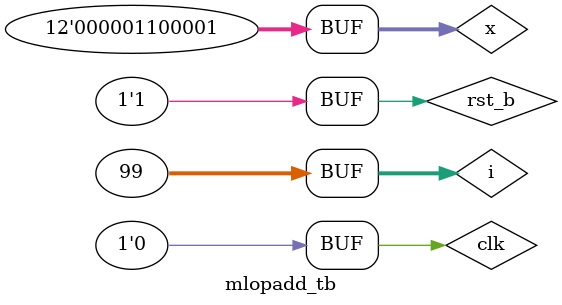
<source format=v>
module rgst #(parameter w=7)(input clk,input rst_b, input [w-1:0]d,output reg [w-1:0]q);

always @(posedge clk, negedge rst_b) begin
if(~rst_b)
q<=0;
else
q<=d;
end

endmodule

module mlopadd(input clk,input rst_b, input [11:0]x, output [11:0]a);

wire [11:0]wi;

rgst #(.w(12)) inst0 (.clk(clk), .rst_b(rst_b), .d(x), .q(wi));
rgst #(.w(12)) inst1 (.clk(clk), .rst_b(rst_b), .d(wi+a), .q(a));

endmodule

module mlopadd_tb();

integer i;
reg clk;
reg rst_b;
reg [11:0]x;
wire [11:0]a;

mlopadd uut(.clk(clk), .rst_b(rst_b), .x(x), .a(a));

initial begin
clk=1'd0;
repeat (200) #(50) clk=~clk;
end

initial begin
rst_b=0;
#25;
rst_b=1;
end

initial begin
for(i=1;i<99;i=i+2) begin
x=i;
#100;
end
end
endmodule
</source>
